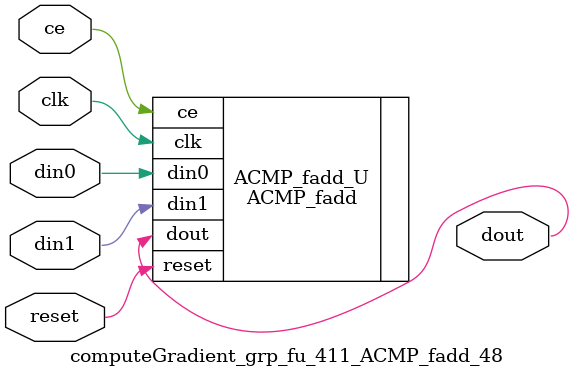
<source format=v>

`timescale 1 ns / 1 ps
module computeGradient_grp_fu_411_ACMP_fadd_48(
    clk,
    reset,
    ce,
    din0,
    din1,
    dout);

parameter ID = 32'd1;
parameter NUM_STAGE = 32'd1;
parameter din0_WIDTH = 32'd1;
parameter din1_WIDTH = 32'd1;
parameter dout_WIDTH = 32'd1;
input clk;
input reset;
input ce;
input[din0_WIDTH - 1:0] din0;
input[din1_WIDTH - 1:0] din1;
output[dout_WIDTH - 1:0] dout;



ACMP_fadd #(
.ID( ID ),
.NUM_STAGE( 4 ),
.din0_WIDTH( din0_WIDTH ),
.din1_WIDTH( din1_WIDTH ),
.dout_WIDTH( dout_WIDTH ))
ACMP_fadd_U(
    .clk( clk ),
    .reset( reset ),
    .ce( ce ),
    .din0( din0 ),
    .din1( din1 ),
    .dout( dout ));

endmodule

</source>
